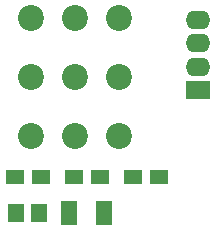
<source format=gts>
G04 #@! TF.FileFunction,Soldermask,Top*
%FSLAX46Y46*%
G04 Gerber Fmt 4.6, Leading zero omitted, Abs format (unit mm)*
G04 Created by KiCad (PCBNEW 4.0.4-1.fc24-product) date Tue Jun  5 14:18:38 2018*
%MOMM*%
%LPD*%
G01*
G04 APERTURE LIST*
%ADD10C,0.100000*%
%ADD11R,2.100000X1.600000*%
%ADD12O,2.100000X1.600000*%
%ADD13R,1.600000X1.300000*%
%ADD14C,2.200000*%
%ADD15R,1.400000X1.650000*%
%ADD16R,1.400000X2.000000*%
G04 APERTURE END LIST*
D10*
D11*
X146400000Y-90650000D03*
D12*
X146400000Y-88650000D03*
X146400000Y-86650000D03*
X146400000Y-84650000D03*
D13*
X140900000Y-98000000D03*
X143100000Y-98000000D03*
X135900000Y-98000000D03*
X138100000Y-98000000D03*
X133100000Y-98000000D03*
X130900000Y-98000000D03*
D14*
X139750000Y-84500000D03*
X136000000Y-84500000D03*
X132250000Y-84500000D03*
X139750000Y-89500000D03*
X136000000Y-89500000D03*
X132250000Y-89500000D03*
X132250000Y-94500000D03*
X136000000Y-94500000D03*
X139750000Y-94500000D03*
D15*
X131000000Y-101000000D03*
X133000000Y-101000000D03*
D16*
X138500000Y-101000000D03*
X135500000Y-101000000D03*
M02*

</source>
